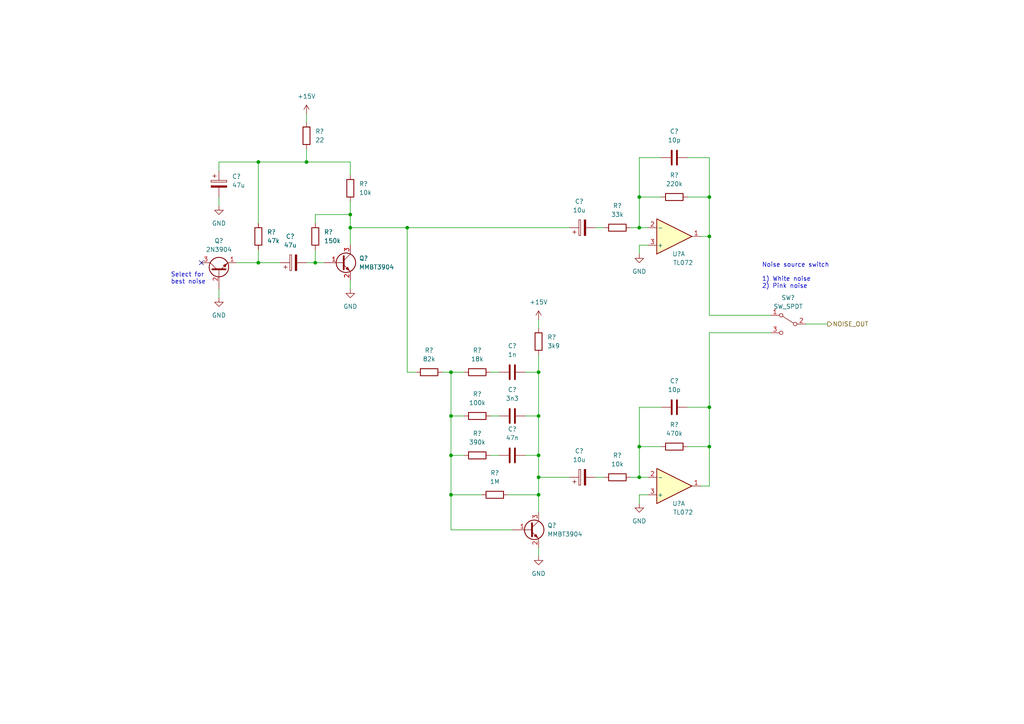
<source format=kicad_sch>
(kicad_sch (version 20211123) (generator eeschema)
  (paper "A4")
  (lib_symbols
    (symbol "Amplifier_Operational:TL072" (pin_names (offset 0.127))
      (property "Reference" "U" (at 0 5.08 0))
      (property "Value" "TL072" (at 0 -5.08 0))
      (symbol "TL072_1_1"
        (polyline (pts (xy -5.08 5.08) (xy 5.08 0) (xy -5.08 -5.08) (xy -5.08 5.08)) (stroke (width 0.254)) (fill (type background)))
        (pin output line (at 7.62 0 180) (length 2.54) (name "~") (number "1"))
        (pin input line (at -7.62 -2.54 0) (length 2.54) (name "-") (number "2"))
        (pin input line (at -7.62 2.54 0) (length 2.54) (name "+") (number "3"))
      )
      (symbol "TL072_2_1"
        (polyline (pts (xy -5.08 5.08) (xy 5.08 0) (xy -5.08 -5.08) (xy -5.08 5.08)) (stroke (width 0.254)) (fill (type background)))
        (pin input line (at -7.62 2.54 0) (length 2.54) (name "+") (number "5"))
        (pin input line (at -7.62 -2.54 0) (length 2.54) (name "-") (number "6"))
        (pin output line (at 7.62 0 180) (length 2.54) (name "~") (number "7"))
      )
      (symbol "TL072_3_1"
        (pin power_in line (at -2.54 -7.62 90) (length 3.81) (name "V-") (number "4"))
        (pin power_in line (at -2.54 7.62 270) (length 3.81) (name "V+") (number "8"))
      )
    )
    (symbol "Device:C" (pin_numbers hide) (pin_names (offset 0.254))
      (property "Reference" "C" (at 0.635 2.54 0))
      (property "Value" "C" (at 0.635 -2.54 0))
      (symbol "C_0_1"
        (polyline (pts (xy -2.032 -0.762) (xy 2.032 -0.762)) (stroke (width 0.508)))
        (polyline (pts (xy -2.032 0.762) (xy 2.032 0.762)) (stroke (width 0.508)))
      )
      (symbol "C_1_1"
        (pin passive line (at 0 3.81 270) (length 2.794) (name "~") (number "1"))
        (pin passive line (at 0 -3.81 90) (length 2.794) (name "~") (number "2"))
      )
    )
    (symbol "Device:C_Polarized" (pin_numbers hide) (pin_names (offset 0.254))
      (property "Reference" "C" (at 0.635 2.54 0))
      (property "Value" "C_Polarized" (at 0.635 -2.54 0))
      (symbol "C_Polarized_0_1"
        (rectangle (start -2.286 0.508) (end 2.286 1.016))
        (polyline (pts (xy -1.778 2.286) (xy -0.762 2.286)))
        (polyline (pts (xy -1.27 2.794) (xy -1.27 1.778)))
        (rectangle (start 2.286 -0.508) (end -2.286 -1.016) (fill (type outline)))
      )
      (symbol "C_Polarized_1_1"
        (pin passive line (at 0 3.81 270) (length 2.794) (name "~") (number "1"))
        (pin passive line (at 0 -3.81 90) (length 2.794) (name "~") (number "2"))
      )
    )
    (symbol "Device:R" (pin_numbers hide) (pin_names (offset 0))
      (property "Reference" "R" (at 2.032 0 90))
      (property "Value" "R" (at 0 0 90))
      (symbol "R_0_1"
        (rectangle (start -1.016 -2.54) (end 1.016 2.54) (stroke (width 0.254)))
      )
      (symbol "R_1_1"
        (pin passive line (at 0 3.81 270) (length 1.27) (name "~") (number "1"))
        (pin passive line (at 0 -3.81 90) (length 1.27) (name "~") (number "2"))
      )
    )
    (symbol "Switch:SW_SPDT" (pin_names (offset 0) hide)
      (property "Reference" "SW" (at 0 4.318 0))
      (property "Value" "SW_SPDT" (at 0 -5.08 0))
      (symbol "SW_SPDT_0_0"
        (circle (center -2.032 0) (radius 0.508))
        (circle (center 2.032 -2.54) (radius 0.508))
      )
      (symbol "SW_SPDT_0_1"
        (polyline (pts (xy -1.524 0.254) (xy 1.651 2.286)))
        (circle (center 2.032 2.54) (radius 0.508))
      )
      (symbol "SW_SPDT_1_1"
        (pin passive line (at 5.08 2.54 180) (length 2.54) (name "A") (number "1"))
        (pin passive line (at -5.08 0 0) (length 2.54) (name "B") (number "2"))
        (pin passive line (at 5.08 -2.54 180) (length 2.54) (name "C") (number "3"))
      )
    )
    (symbol "Transistor_BJT:2N3904" (pin_names (offset 0) hide)
      (property "Reference" "Q" (at 5.08 1.905 0))
      (property "Value" "2N3904" (at 5.08 0 0))
      (symbol "2N3904_0_1"
        (polyline (pts (xy 0.635 0.635) (xy 2.54 2.54)))
        (polyline (pts (xy 0.635 -0.635) (xy 2.54 -2.54) (xy 2.54 -2.54)))
        (polyline (pts (xy 0.635 1.905) (xy 0.635 -1.905) (xy 0.635 -1.905)) (stroke (width 0.508)))
        (polyline (pts (xy 1.27 -1.778) (xy 1.778 -1.27) (xy 2.286 -2.286) (xy 1.27 -1.778) (xy 1.27 -1.778)) (fill (type outline)))
        (circle (center 1.27 0) (radius 2.8194) (stroke (width 0.254)))
      )
      (symbol "2N3904_1_1"
        (pin passive line (at 2.54 -5.08 90) (length 2.54) (name "E") (number "1"))
        (pin passive line (at -5.08 0 0) (length 5.715) (name "B") (number "2"))
        (pin passive line (at 2.54 5.08 270) (length 2.54) (name "C") (number "3"))
      )
    )
    (symbol "Transistor_BJT:MMBT3904" (pin_names (offset 0) hide)
      (property "Reference" "Q" (at 5.08 1.905 0))
      (property "Value" "MMBT3904" (at 5.08 0 0))
      (symbol "MMBT3904_0_1"
        (polyline (pts (xy 0.635 0.635) (xy 2.54 2.54)))
        (polyline (pts (xy 0.635 -0.635) (xy 2.54 -2.54) (xy 2.54 -2.54)))
        (polyline (pts (xy 0.635 1.905) (xy 0.635 -1.905) (xy 0.635 -1.905)) (stroke (width 0.508)))
        (polyline (pts (xy 1.27 -1.778) (xy 1.778 -1.27) (xy 2.286 -2.286) (xy 1.27 -1.778) (xy 1.27 -1.778)) (fill (type outline)))
        (circle (center 1.27 0) (radius 2.8194) (stroke (width 0.254)))
      )
      (symbol "MMBT3904_1_1"
        (pin input line (at -5.08 0 0) (length 5.715) (name "B") (number "1"))
        (pin passive line (at 2.54 -5.08 90) (length 2.54) (name "E") (number "2"))
        (pin passive line (at 2.54 5.08 270) (length 2.54) (name "C") (number "3"))
      )
    )
    (symbol "power:+15V" (power) (pin_names (offset 0))
      (property "Value" "+15V" (at 0 3.556 0))
      (symbol "+15V_0_1"
        (polyline (pts (xy -0.762 1.27) (xy 0 2.54)))
        (polyline (pts (xy 0 0) (xy 0 2.54)))
        (polyline (pts (xy 0 2.54) (xy 0.762 1.27)))
      )
      (symbol "+15V_1_1"
        (pin power_in line (at 0 0 90) (length 0) hide (name "+15V") (number "1"))
      )
    )
    (symbol "power:GND" (power) (pin_names (offset 0))
      (property "Value" "GND" (at 0 -3.81 0))
      (symbol "GND_0_1"
        (polyline (pts (xy 0 0) (xy 0 -1.27) (xy 1.27 -1.27) (xy 0 -2.54) (xy -1.27 -1.27) (xy 0 -1.27)))
      )
      (symbol "GND_1_1"
        (pin power_in line (at 0 0 270) (length 0) hide (name "GND") (number "1"))
      )
    )
  )
  (junction (at 205.74 68.58))
  (junction (at 156.21 107.95))
  (junction (at 101.6 62.23))
  (junction (at 156.21 138.43))
  (junction (at 156.21 132.08))
  (junction (at 130.81 107.95))
  (junction (at 205.74 118.11))
  (junction (at 88.9 46.99))
  (junction (at 101.6 66.04))
  (junction (at 156.21 143.51))
  (junction (at 205.74 57.15))
  (junction (at 185.42 57.15))
  (junction (at 130.81 143.51))
  (junction (at 74.93 46.99))
  (junction (at 185.42 66.04))
  (junction (at 185.42 129.54))
  (junction (at 130.81 120.65))
  (junction (at 74.93 76.2))
  (junction (at 118.11 66.04))
  (junction (at 185.42 138.43))
  (junction (at 130.81 132.08))
  (junction (at 91.44 76.2))
  (junction (at 156.21 120.65))
  (junction (at 205.74 129.54))
  (no_connect (at 58.42 76.2))
  (wire (pts (xy 101.6 46.99) (xy 101.6 50.8)))
  (wire (pts (xy 130.81 132.08) (xy 134.62 132.08)))
  (wire (pts (xy 191.77 45.72) (xy 185.42 45.72)))
  (wire (pts (xy 185.42 118.11) (xy 185.42 129.54)))
  (wire (pts (xy 205.74 118.11) (xy 205.74 129.54)))
  (wire (pts (xy 91.44 62.23) (xy 101.6 62.23)))
  (wire (pts (xy 185.42 129.54) (xy 191.77 129.54)))
  (wire (pts (xy 191.77 118.11) (xy 185.42 118.11)))
  (wire (pts (xy 185.42 57.15) (xy 191.77 57.15)))
  (wire (pts (xy 172.72 138.43) (xy 175.26 138.43)))
  (wire (pts (xy 205.74 57.15) (xy 205.74 68.58)))
  (wire (pts (xy 88.9 33.02) (xy 88.9 35.56)))
  (wire (pts (xy 118.11 66.04) (xy 165.1 66.04)))
  (wire (pts (xy 205.74 96.52) (xy 205.74 118.11)))
  (wire (pts (xy 172.72 66.04) (xy 175.26 66.04)))
  (wire (pts (xy 156.21 102.87) (xy 156.21 107.95)))
  (wire (pts (xy 156.21 92.71) (xy 156.21 95.25)))
  (wire (pts (xy 185.42 45.72) (xy 185.42 57.15)))
  (wire (pts (xy 91.44 64.77) (xy 91.44 62.23)))
  (wire (pts (xy 88.9 46.99) (xy 101.6 46.99)))
  (wire (pts (xy 147.32 143.51) (xy 156.21 143.51)))
  (wire (pts (xy 74.93 76.2) (xy 81.28 76.2)))
  (wire (pts (xy 199.39 129.54) (xy 205.74 129.54)))
  (wire (pts (xy 130.81 143.51) (xy 130.81 132.08)))
  (wire (pts (xy 185.42 71.12) (xy 187.96 71.12)))
  (wire (pts (xy 185.42 66.04) (xy 185.42 57.15)))
  (wire (pts (xy 130.81 143.51) (xy 139.7 143.51)))
  (wire (pts (xy 118.11 66.04) (xy 118.11 107.95)))
  (wire (pts (xy 63.5 49.53) (xy 63.5 46.99)))
  (wire (pts (xy 130.81 107.95) (xy 134.62 107.95)))
  (wire (pts (xy 156.21 143.51) (xy 156.21 138.43)))
  (wire (pts (xy 156.21 132.08) (xy 156.21 120.65)))
  (wire (pts (xy 156.21 148.59) (xy 156.21 143.51)))
  (wire (pts (xy 199.39 45.72) (xy 205.74 45.72)))
  (wire (pts (xy 91.44 72.39) (xy 91.44 76.2)))
  (wire (pts (xy 142.24 120.65) (xy 144.78 120.65)))
  (wire (pts (xy 205.74 45.72) (xy 205.74 57.15)))
  (wire (pts (xy 120.65 107.95) (xy 118.11 107.95)))
  (wire (pts (xy 91.44 76.2) (xy 93.98 76.2)))
  (wire (pts (xy 101.6 81.28) (xy 101.6 83.82)))
  (wire (pts (xy 187.96 66.04) (xy 185.42 66.04)))
  (wire (pts (xy 101.6 58.42) (xy 101.6 62.23)))
  (wire (pts (xy 101.6 62.23) (xy 101.6 66.04)))
  (wire (pts (xy 101.6 66.04) (xy 101.6 71.12)))
  (wire (pts (xy 223.52 91.44) (xy 205.74 91.44)))
  (wire (pts (xy 233.68 93.98) (xy 240.03 93.98)))
  (wire (pts (xy 156.21 158.75) (xy 156.21 161.29)))
  (wire (pts (xy 63.5 57.15) (xy 63.5 59.69)))
  (wire (pts (xy 88.9 76.2) (xy 91.44 76.2)))
  (wire (pts (xy 156.21 120.65) (xy 156.21 107.95)))
  (wire (pts (xy 156.21 138.43) (xy 156.21 132.08)))
  (wire (pts (xy 182.88 138.43) (xy 185.42 138.43)))
  (wire (pts (xy 156.21 138.43) (xy 165.1 138.43)))
  (wire (pts (xy 185.42 138.43) (xy 185.42 129.54)))
  (wire (pts (xy 205.74 129.54) (xy 205.74 140.97)))
  (wire (pts (xy 130.81 153.67) (xy 148.59 153.67)))
  (wire (pts (xy 128.27 107.95) (xy 130.81 107.95)))
  (wire (pts (xy 130.81 153.67) (xy 130.81 143.51)))
  (wire (pts (xy 156.21 107.95) (xy 152.4 107.95)))
  (wire (pts (xy 74.93 46.99) (xy 88.9 46.99)))
  (wire (pts (xy 63.5 83.82) (xy 63.5 86.36)))
  (wire (pts (xy 205.74 68.58) (xy 203.2 68.58)))
  (wire (pts (xy 101.6 66.04) (xy 118.11 66.04)))
  (wire (pts (xy 205.74 140.97) (xy 203.2 140.97)))
  (wire (pts (xy 142.24 107.95) (xy 144.78 107.95)))
  (wire (pts (xy 185.42 73.66) (xy 185.42 71.12)))
  (wire (pts (xy 74.93 72.39) (xy 74.93 76.2)))
  (wire (pts (xy 187.96 138.43) (xy 185.42 138.43)))
  (wire (pts (xy 152.4 120.65) (xy 156.21 120.65)))
  (wire (pts (xy 74.93 64.77) (xy 74.93 46.99)))
  (wire (pts (xy 182.88 66.04) (xy 185.42 66.04)))
  (wire (pts (xy 142.24 132.08) (xy 144.78 132.08)))
  (wire (pts (xy 199.39 57.15) (xy 205.74 57.15)))
  (wire (pts (xy 185.42 146.05) (xy 185.42 143.51)))
  (wire (pts (xy 205.74 91.44) (xy 205.74 68.58)))
  (wire (pts (xy 63.5 46.99) (xy 74.93 46.99)))
  (wire (pts (xy 199.39 118.11) (xy 205.74 118.11)))
  (wire (pts (xy 88.9 43.18) (xy 88.9 46.99)))
  (wire (pts (xy 130.81 120.65) (xy 134.62 120.65)))
  (wire (pts (xy 152.4 132.08) (xy 156.21 132.08)))
  (wire (pts (xy 130.81 120.65) (xy 130.81 107.95)))
  (wire (pts (xy 74.93 76.2) (xy 68.58 76.2)))
  (wire (pts (xy 185.42 143.51) (xy 187.96 143.51)))
  (wire (pts (xy 130.81 132.08) (xy 130.81 120.65)))
  (wire (pts (xy 223.52 96.52) (xy 205.74 96.52)))
  (text "Noise source switch\n\n1) White noise\n2) Pink noise" (at 220.98 83.82 0) (effects (font (size 1.27 1.27)) (justify left bottom)))
  (text "Select for \nbest noise" (at 49.53 82.55 0) (effects (font (size 1.27 1.27)) (justify left bottom)))
  (hierarchical_label "NOISE_OUT" (shape output) (at 240.03 93.98 0))
  (symbol (lib_id "Device:R") (at 156.21 99.06 0) (unit 1)
    (property "Reference" "R?" (at 158.75 97.7899 0) (effects (justify left)))
    (property "Value" "3k9" (at 158.75 100.3299 0) (effects (justify left)))
  )
  (symbol (lib_id "Device:R") (at 91.44 68.58 0) (unit 1)
    (property "Reference" "R?" (at 93.98 67.3099 0) (effects (justify left)))
    (property "Value" "150k" (at 93.98 69.8499 0) (effects (justify left)))
  )
  (symbol (lib_id "Device:C_Polarized") (at 168.91 66.04 90) (unit 1)
    (property "Reference" "C?" (at 168.021 58.42 90))
    (property "Value" "10u" (at 168.021 60.96 90))
  )
  (symbol (lib_id "Device:C") (at 148.59 107.95 90) (unit 1)
    (property "Reference" "C?" (at 148.59 100.33 90))
    (property "Value" "1n" (at 148.59 102.87 90))
  )
  (symbol (lib_id "Device:C_Polarized") (at 85.09 76.2 90) (unit 1)
    (property "Reference" "C?" (at 84.201 68.58 90))
    (property "Value" "47u" (at 84.201 71.12 90))
  )
  (symbol (lib_id "Device:R") (at 179.07 66.04 90) (unit 1)
    (property "Reference" "R?" (at 179.07 59.69 90))
    (property "Value" "33k" (at 179.07 62.23 90))
  )
  (symbol (lib_id "Device:R") (at 138.43 107.95 90) (unit 1)
    (property "Reference" "R?" (at 138.43 101.6 90))
    (property "Value" "18k" (at 138.43 104.14 90))
  )
  (symbol (lib_id "Device:C") (at 195.58 45.72 90) (unit 1)
    (property "Reference" "C?" (at 195.58 38.1 90))
    (property "Value" "10p" (at 195.58 40.64 90))
  )
  (symbol (lib_id "Amplifier_Operational:TL072") (at 195.58 140.97 0) (mirror x) (unit 1)
    (property "Reference" "U?" (at 196.85 146.05 0))
    (property "Value" "TL072" (at 198.12 148.59 0))
    (property "Datasheet" "http://www.ti.com/lit/ds/symlink/tl071.pdf" (effects hide))
  )
  (symbol (lib_id "power:GND") (at 185.42 146.05 0) (unit 1)
    (property "Reference" "#PWR?" (effects hide))
    (property "Value" "GND" (at 185.42 151.13 0))
  )
  (symbol (lib_id "Device:R") (at 88.9 39.37 0) (unit 1)
    (property "Reference" "R?" (at 91.44 38.0999 0) (effects (justify left)))
    (property "Value" "22" (at 91.44 40.6399 0) (effects (justify left)))
  )
  (symbol (lib_id "power:GND") (at 63.5 86.36 0) (unit 1)
    (property "Reference" "#PWR?" (effects hide))
    (property "Value" "GND" (at 63.5 91.44 0))
  )
  (symbol (lib_id "Device:R") (at 195.58 129.54 90) (unit 1)
    (property "Reference" "R?" (at 195.58 123.19 90))
    (property "Value" "470k" (at 195.58 125.73 90))
  )
  (symbol (lib_id "power:GND") (at 156.21 161.29 0) (unit 1)
    (property "Reference" "#PWR?" (effects hide))
    (property "Value" "GND" (at 156.21 166.37 0))
  )
  (symbol (lib_id "power:+15V") (at 88.9 33.02 0) (unit 1)
    (property "Reference" "#PWR?" (effects hide))
    (property "Value" "+15V" (at 88.9 27.94 0))
  )
  (symbol (lib_id "Device:C") (at 148.59 132.08 90) (unit 1)
    (property "Reference" "C?" (at 148.59 124.46 90))
    (property "Value" "47n" (at 148.59 127 90))
  )
  (symbol (lib_id "Transistor_BJT:MMBT3904") (at 99.06 76.2 0) (unit 1)
    (property "Reference" "Q?" (at 104.14 74.9299 0) (effects (justify left)))
    (property "Value" "MMBT3904" (at 104.14 77.4699 0) (effects (justify left)))
    (property "Footprint" "Package_TO_SOT_SMD:SOT-23" (effects hide))
    (property "Datasheet" "https://www.onsemi.com/pub/Collateral/2N3903-D.PDF" (effects hide))
  )
  (symbol (lib_id "power:GND") (at 63.5 59.69 0) (unit 1)
    (property "Reference" "#PWR?" (effects hide))
    (property "Value" "GND" (at 63.5 64.77 0))
  )
  (symbol (lib_id "Device:C_Polarized") (at 63.5 53.34 0) (unit 1)
    (property "Reference" "C?" (at 67.31 51.1809 0) (effects (justify left)))
    (property "Value" "47u" (at 67.31 53.7209 0) (effects (justify left)))
  )
  (symbol (lib_id "Device:R") (at 138.43 120.65 90) (unit 1)
    (property "Reference" "R?" (at 138.43 114.3 90))
    (property "Value" "100k" (at 138.43 116.84 90))
  )
  (symbol (lib_id "Device:R") (at 143.51 143.51 90) (unit 1)
    (property "Reference" "R?" (at 143.51 137.16 90))
    (property "Value" "1M" (at 143.51 139.7 90))
  )
  (symbol (lib_id "power:GND") (at 185.42 73.66 0) (unit 1)
    (property "Reference" "#PWR?" (effects hide))
    (property "Value" "GND" (at 185.42 78.74 0))
  )
  (symbol (lib_id "Device:R") (at 74.93 68.58 0) (unit 1)
    (property "Reference" "R?" (at 77.47 67.3099 0) (effects (justify left)))
    (property "Value" "47k" (at 77.47 69.8499 0) (effects (justify left)))
  )
  (symbol (lib_id "Device:C") (at 148.59 120.65 90) (unit 1)
    (property "Reference" "C?" (at 148.59 113.03 90))
    (property "Value" "3n3" (at 148.59 115.57 90))
  )
  (symbol (lib_id "Device:R") (at 101.6 54.61 0) (unit 1)
    (property "Reference" "R?" (at 104.14 53.3399 0) (effects (justify left)))
    (property "Value" "10k" (at 104.14 55.8799 0) (effects (justify left)))
  )
  (symbol (lib_id "Device:R") (at 179.07 138.43 90) (unit 1)
    (property "Reference" "R?" (at 179.07 132.08 90))
    (property "Value" "10k" (at 179.07 134.62 90))
  )
  (symbol (lib_id "Device:C_Polarized") (at 168.91 138.43 90) (unit 1)
    (property "Reference" "C?" (at 168.021 130.81 90))
    (property "Value" "10u" (at 168.021 133.35 90))
  )
  (symbol (lib_id "Device:C") (at 195.58 118.11 90) (unit 1)
    (property "Reference" "C?" (at 195.58 110.49 90))
    (property "Value" "10p" (at 195.58 113.03 90))
  )
  (symbol (lib_id "Switch:SW_SPDT") (at 228.6 93.98 0) (mirror y) (unit 1)
    (property "Reference" "SW?" (at 228.6 86.36 0))
    (property "Value" "SW_SPDT" (at 228.6 88.9 0))
  )
  (symbol (lib_id "Device:R") (at 138.43 132.08 90) (unit 1)
    (property "Reference" "R?" (at 138.43 125.73 90))
    (property "Value" "390k" (at 138.43 128.27 90))
  )
  (symbol (lib_id "power:+15V") (at 156.21 92.71 0) (unit 1)
    (property "Reference" "#PWR?" (effects hide))
    (property "Value" "+15V" (at 156.21 87.63 0))
  )
  (symbol (lib_id "Device:R") (at 124.46 107.95 90) (unit 1)
    (property "Reference" "R?" (at 124.46 101.6 90))
    (property "Value" "82k" (at 124.46 104.14 90))
  )
  (symbol (lib_id "Transistor_BJT:MMBT3904") (at 153.67 153.67 0) (unit 1)
    (property "Reference" "Q?" (at 158.75 152.3999 0) (effects (justify left)))
    (property "Value" "MMBT3904" (at 158.75 154.9399 0) (effects (justify left)))
    (property "Footprint" "Package_TO_SOT_SMD:SOT-23" (effects hide))
    (property "Datasheet" "https://www.onsemi.com/pub/Collateral/2N3903-D.PDF" (effects hide))
  )
  (symbol (lib_id "Amplifier_Operational:TL072") (at 195.58 68.58 0) (mirror x) (unit 1)
    (property "Reference" "U?" (at 196.85 73.66 0))
    (property "Value" "TL072" (at 198.12 76.2 0))
    (property "Datasheet" "http://www.ti.com/lit/ds/symlink/tl071.pdf" (effects hide))
  )
  (symbol (lib_id "Transistor_BJT:2N3904") (at 63.5 78.74 90) (unit 1)
    (property "Reference" "Q?" (at 63.5 69.85 90))
    (property "Value" "2N3904" (at 63.5 72.39 90))
    (property "Footprint" "Package_TO_SOT_THT:TO-92_Inline" (effects hide))
    (property "Datasheet" "https://www.onsemi.com/pub/Collateral/2N3903-D.PDF" (effects hide))
  )
  (symbol (lib_id "power:GND") (at 101.6 83.82 0) (unit 1)
    (property "Reference" "#PWR?" (effects hide))
    (property "Value" "GND" (at 101.6 88.9 0))
  )
  (symbol (lib_id "Device:R") (at 195.58 57.15 90) (unit 1)
    (property "Reference" "R?" (at 195.58 50.8 90))
    (property "Value" "220k" (at 195.58 53.34 90))
  )
)
</source>
